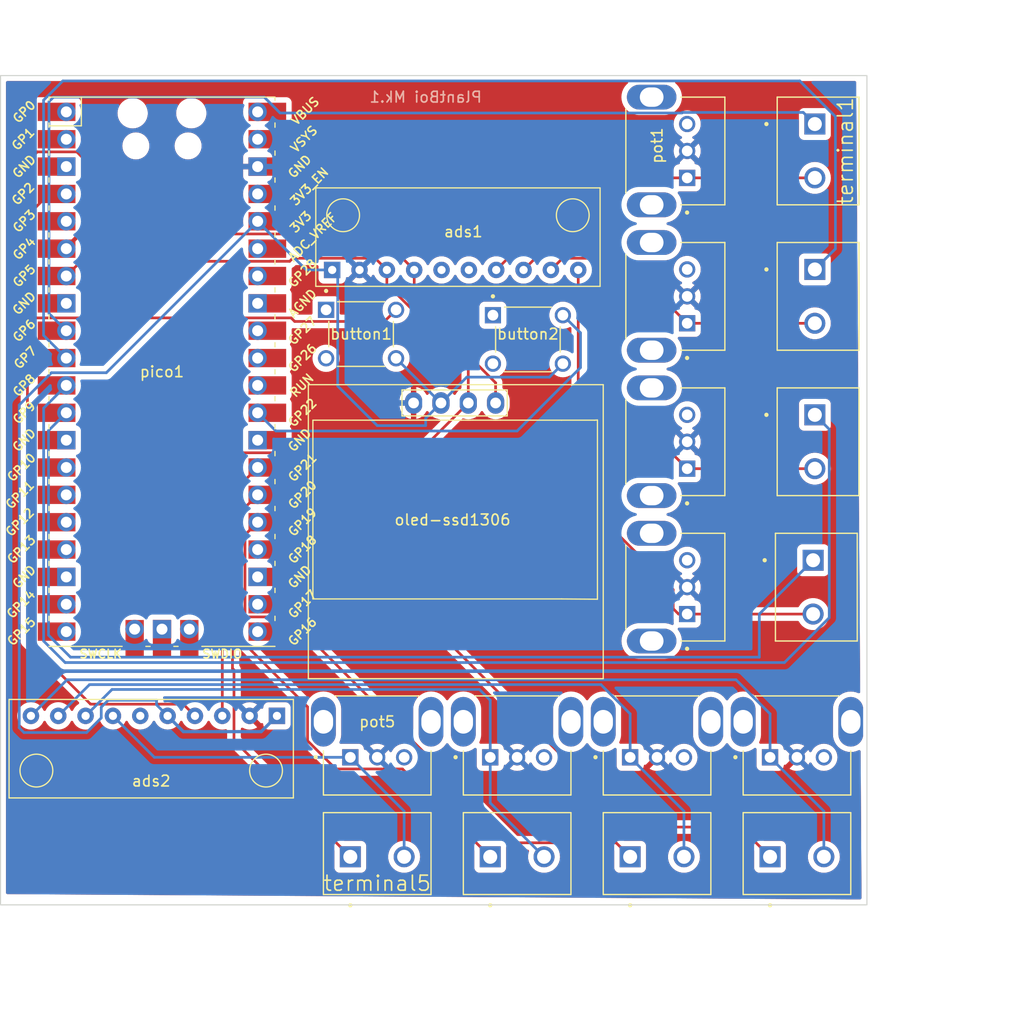
<source format=kicad_pcb>
(kicad_pcb (version 20211014) (generator pcbnew)
  (layers (0 "F.Cu" signal) (31 "B.Cu" signal) (34 "B.Paste" user) (35 "F.Paste" user) (36 "B.SilkS" user "B.Silkscreen") (37 "F.SilkS" user "F.Silkscreen") (38 "B.Mask" user) (39 "F.Mask" user) (44 "Edge.Cuts" user))
  (net 0 "")
  (net 1 "/3.3V")
  (net 2 "/GND")
  (net 3 "/SCL")
  (net 4 "/SDA")
  (net 7 "Net-(ads1115-Pad7)")
  (net 8 "Net-(ads1115-Pad8)")
  (net 9 "Net-(ads1115-Pad9)")
  (net 10 "Net-(ads1115-Pad10)")
  (net 19 "/PBR1")
  (net 20 "/PBR2")
  (net 21 "/PBR3")
  (net 22 "/PBR4")
  (net 34 "Net-(terminal5-Pad2)")
  (net 35 "Net-(terminal6-Pad2)")
  (net 36 "Net-(terminal7-Pad2)")
  (net 37 "Net-(terminal8-Pad2)")
  (net 39 "Net-(pico1-Pad4)")
  (net 57 "Net-(pico1-Pad29)")
  (net 59 "/PBR8")
  (net 60 "/PBR7")
  (net 61 "/PBR6")
  (net 62 "/PBR5")
  (footprint "TS02-66-120-BK-160-LCR-D:SW_TS02-66-120-BK-160-LCR-D" (layer "F.Cu") (at 99.5 93.5)
    (fp_text reference "button1" (at 0 0) (layer "F.SilkS"))
    (fp_text value "TS02-66-120-BK-160-LCR-D")
    (pad "1" thru_hole rect locked (at -3.25 -2.25) (size 1.508 1.508) (drill 1) (layers *.Cu *.Mask))
    (pad "2" thru_hole circle locked (at 3.25 -2.25) (size 1.508 1.508) (drill 1) (layers *.Cu *.Mask) (net 39 "Net-(pico1-Pad4)"))
    (pad "3" thru_hole circle locked (at -3.25 2.25) (size 1.508 1.508) (drill 1) (layers *.Cu *.Mask))
    (pad "4" thru_hole circle locked (at 3.25 2.25) (size 1.508 1.508) (drill 1) (layers *.Cu *.Mask) (net 1 "/3.3V"))
  )
  (footprint "PT01-B120D-A104:TRIM_PT01-B120D-A104" (layer "F.Cu") (at 126.5 103.5 90)
    (fp_text reference "pot3" hide)
    (fp_text value "PT01-B120D-A104")
    (pad "1" thru_hole rect locked (at -2.5 3.3 90) (size 1.508 1.508) (drill 1) (layers *.Cu *.Mask) (net 9 "Net-(ads1115-Pad9)"))
    (pad "2" thru_hole circle locked (at 0 3.3 90) (size 1.508 1.508) (drill 1) (layers *.Cu *.Mask) (net 2 "/GND"))
    (pad "3" thru_hole circle locked (at 2.5 3.3 90) (size 1.508 1.508) (drill 1) (layers *.Cu *.Mask))
    (pad "S1" thru_hole oval locked (at -5 0 90) (size 2.3 4.6) (drill oval 1.8 2.2) (layers *.Cu *.Mask))
    (pad "S2" thru_hole oval locked (at 5 0 90) (size 2.3 4.6) (drill oval 1.8 2.2) (layers *.Cu *.Mask))
  )
  (footprint "TB002-500-02BE:CUI_TB002-500-02BE" (layer "F.Cu") (at 141.5 114.5 -90)
    (fp_text reference "terminal4" hide)
    (fp_text value "TB002-500-02BE")
    (pad "1" thru_hole rect locked (at 0 0 270) (size 1.95 1.95) (drill 1.3) (layers *.Cu *.Mask) (net 22 "/PBR4"))
    (pad "2" thru_hole circle locked (at 5 0 270) (size 1.95 1.95) (drill 1.3) (layers *.Cu *.Mask) (net 10 "Net-(ads1115-Pad10)"))
  )
  (footprint "PT01-B120D-A104:TRIM_PT01-B120D-A104" (layer "F.Cu") (at 127 129.5)
    (fp_text reference "pot7" hide)
    (fp_text value "PT01-B120D-A104")
    (pad "1" thru_hole rect locked (at -2.5 3.3) (size 1.508 1.508) (drill 1) (layers *.Cu *.Mask) (net 36 "Net-(terminal7-Pad2)"))
    (pad "2" thru_hole circle locked (at 0 3.3) (size 1.508 1.508) (drill 1) (layers *.Cu *.Mask) (net 2 "/GND"))
    (pad "3" thru_hole circle locked (at 2.5 3.3) (size 1.508 1.508) (drill 1) (layers *.Cu *.Mask))
    (pad "S1" thru_hole oval locked (at -5 0) (size 2.3 4.6) (drill oval 1.8 2.2) (layers *.Cu *.Mask))
    (pad "S2" thru_hole oval locked (at 5 0) (size 2.3 4.6) (drill oval 1.8 2.2) (layers *.Cu *.Mask))
  )
  (footprint "PT01-B120D-A104:TRIM_PT01-B120D-A104" (layer "F.Cu") (at 126.5 90 90)
    (fp_text reference "pot2" hide)
    (fp_text value "PT01-B120D-A104")
    (pad "1" thru_hole rect locked (at -2.5 3.3 90) (size 1.508 1.508) (drill 1) (layers *.Cu *.Mask) (net 8 "Net-(ads1115-Pad8)"))
    (pad "2" thru_hole circle locked (at 0 3.3 90) (size 1.508 1.508) (drill 1) (layers *.Cu *.Mask) (net 2 "/GND"))
    (pad "3" thru_hole circle locked (at 2.5 3.3 90) (size 1.508 1.508) (drill 1) (layers *.Cu *.Mask))
    (pad "S1" thru_hole oval locked (at -5 0 90) (size 2.3 4.6) (drill oval 1.8 2.2) (layers *.Cu *.Mask))
    (pad "S2" thru_hole oval locked (at 5 0 90) (size 2.3 4.6) (drill oval 1.8 2.2) (layers *.Cu *.Mask))
  )
  (footprint "PT01-B120D-A104:TRIM_PT01-B120D-A104" (layer "F.Cu") (at 114 129.5)
    (fp_text reference "pot6" hide)
    (fp_text value "PT01-B120D-A104")
    (pad "1" thru_hole rect locked (at -2.5 3.3) (size 1.508 1.508) (drill 1) (layers *.Cu *.Mask) (net 35 "Net-(terminal6-Pad2)"))
    (pad "2" thru_hole circle locked (at 0 3.3) (size 1.508 1.508) (drill 1) (layers *.Cu *.Mask) (net 2 "/GND"))
    (pad "3" thru_hole circle locked (at 2.5 3.3) (size 1.508 1.508) (drill 1) (layers *.Cu *.Mask))
    (pad "S1" thru_hole oval locked (at -5 0) (size 2.3 4.6) (drill oval 1.8 2.2) (layers *.Cu *.Mask))
    (pad "S2" thru_hole oval locked (at 5 0) (size 2.3 4.6) (drill oval 1.8 2.2) (layers *.Cu *.Mask))
  )
  (footprint "TB002-500-02BE:CUI_TB002-500-02BE" (layer "F.Cu") (at 137.5 142.0375)
    (fp_text reference "terminal8" hide)
    (fp_text value "TB002-500-02BE")
    (pad "1" thru_hole rect locked (at 0 0) (size 1.95 1.95) (drill 1.3) (layers *.Cu *.Mask) (net 59 "/PBR8"))
    (pad "2" thru_hole circle locked (at 5 0) (size 1.95 1.95) (drill 1.3) (layers *.Cu *.Mask) (net 37 "Net-(terminal8-Pad2)"))
  )
  (footprint "PT01-B120D-A104:TRIM_PT01-B120D-A104" (layer "F.Cu") (at 101 129.5)
    (fp_text reference "pot5" (at 0 0) (layer "F.SilkS"))
    (fp_text value "PT01-B120D-A104")
    (pad "1" thru_hole rect locked (at -2.5 3.3) (size 1.508 1.508) (drill 1) (layers *.Cu *.Mask) (net 34 "Net-(terminal5-Pad2)"))
    (pad "2" thru_hole circle locked (at 0 3.3) (size 1.508 1.508) (drill 1) (layers *.Cu *.Mask) (net 2 "/GND"))
    (pad "3" thru_hole circle locked (at 2.5 3.3) (size 1.508 1.508) (drill 1) (layers *.Cu *.Mask))
    (pad "S1" thru_hole oval locked (at -5 0) (size 2.3 4.6) (drill oval 1.8 2.2) (layers *.Cu *.Mask))
    (pad "S2" thru_hole oval locked (at 5 0) (size 2.3 4.6) (drill oval 1.8 2.2) (layers *.Cu *.Mask))
  )
  (footprint "TS02-66-120-BK-160-LCR-D:SW_TS02-66-120-BK-160-LCR-D" (layer "F.Cu") (at 115 94)
    (fp_text reference "button2" (at 0 -0.5) (layer "F.SilkS"))
    (fp_text value "TS02-66-120-BK-160-LCR-D")
    (pad "1" thru_hole rect locked (at -3.25 -2.25) (size 1.508 1.508) (drill 1) (layers *.Cu *.Mask))
    (pad "2" thru_hole circle locked (at 3.25 -2.25) (size 1.508 1.508) (drill 1) (layers *.Cu *.Mask) (net 57 "Net-(pico1-Pad29)"))
    (pad "3" thru_hole circle locked (at -3.25 2.25) (size 1.508 1.508) (drill 1) (layers *.Cu *.Mask))
    (pad "4" thru_hole circle locked (at 3.25 2.25) (size 1.508 1.508) (drill 1) (layers *.Cu *.Mask) (net 1 "/3.3V"))
  )
  (footprint "TB002-500-02BE:CUI_TB002-500-02BE" (layer "F.Cu") (at 124.5 142.0375)
    (fp_text reference "terminal7" hide)
    (fp_text value "TB002-500-02BE")
    (pad "1" thru_hole rect locked (at 0 0) (size 1.95 1.95) (drill 1.3) (layers *.Cu *.Mask) (net 60 "/PBR7"))
    (pad "2" thru_hole circle locked (at 5 0) (size 1.95 1.95) (drill 1.3) (layers *.Cu *.Mask) (net 36 "Net-(terminal7-Pad2)"))
  )
  (footprint "SSD1306:128x64OLED" (layer "F.Cu") (at 108 110.5)
    (fp_text reference "oled-ssd1306" (at 0 0.254) (layer "F.SilkS"))
    (fp_text value "SSD1306")
    (pad "1" thru_hole oval locked (at -3.62 -10.6 90) (size 2 1.6) (drill 1) (layers *.Cu *.Mask) (net 2 "/GND"))
    (pad "2" thru_hole oval locked (at -1.08 -10.6 90) (size 2 1.6) (drill 1) (layers *.Cu *.Mask) (net 1 "/3.3V"))
    (pad "3" thru_hole oval locked (at 1.46 -10.6 90) (size 2 1.6) (drill 1) (layers *.Cu *.Mask) (net 3 "/SCL"))
    (pad "4" thru_hole oval locked (at 4 -10.6 90) (size 2 1.6) (drill 1) (layers *.Cu *.Mask) (net 4 "/SDA"))
  )
  (footprint "TB002-500-02BE:CUI_TB002-500-02BE" (layer "F.Cu") (at 141.6625 87.5 -90)
    (fp_text reference "terminal2" hide)
    (fp_text value "TB002-500-02BE")
    (pad "1" thru_hole rect locked (at 0 0 270) (size 1.95 1.95) (drill 1.3) (layers *.Cu *.Mask) (net 20 "/PBR2"))
    (pad "2" thru_hole circle locked (at 5 0 270) (size 1.95 1.95) (drill 1.3) (layers *.Cu *.Mask) (net 8 "Net-(ads1115-Pad8)"))
  )
  (footprint "TB002-500-02BE:CUI_TB002-500-02BE" (layer "F.Cu") (at 98.5 142.0375)
    (fp_text reference "terminal5" (at 2.5 2.4625) (layer "F.SilkS") (effects (font (size 1.4 1.4))))
    (fp_text value "TB002-500-02BE")
    (pad "1" thru_hole rect locked (at 0 0) (size 1.95 1.95) (drill 1.3) (layers *.Cu *.Mask) (net 62 "/PBR5"))
    (pad "2" thru_hole circle locked (at 5 0) (size 1.95 1.95) (drill 1.3) (layers *.Cu *.Mask) (net 34 "Net-(terminal5-Pad2)"))
  )
  (footprint "TB002-500-02BE:CUI_TB002-500-02BE" (layer "F.Cu") (at 141.6625 101 -90)
    (fp_text reference "terminal3" hide)
    (fp_text value "TB002-500-02BE")
    (pad "1" thru_hole rect locked (at 0 0 270) (size 1.95 1.95) (drill 1.3) (layers *.Cu *.Mask) (net 21 "/PBR3"))
    (pad "2" thru_hole circle locked (at 5 0 270) (size 1.95 1.95) (drill 1.3) (layers *.Cu *.Mask) (net 9 "Net-(ads1115-Pad9)"))
  )
  (footprint "MCU_RaspberryPi_and_Boards:RPi_Pico_SMD_TH" (layer "F.Cu") (at 81 97)
    (fp_text reference "pico1" (at 0 0) (layer "F.SilkS"))
    (fp_text value "Pico")
    (fp_text user "GND" (at -12.8 -6.35 45) (layer "F.SilkS") (effects (font (size 0.8 0.8))))
    (fp_text user "GP26" (at 13.054 -1.27 45) (layer "F.SilkS") (effects (font (size 0.8 0.8))))
    (fp_text user "GP8" (at -12.8 1.27 45) (layer "F.SilkS") (effects (font (size 0.8 0.8))))
    (fp_text user "GP16" (at 13.054 24.13 45) (layer "F.SilkS") (effects (font (size 0.8 0.8))))
    (fp_text user "SWDIO" (at 5.6 26.2) (layer "F.SilkS") (effects (font (size 0.8 0.8))))
    (fp_text user "GP22" (at 13.054 3.81 45) (layer "F.SilkS") (effects (font (size 0.8 0.8))))
    (fp_text user "GP3" (at -12.8 -13.97 45) (layer "F.SilkS") (effects (font (size 0.8 0.8))))
    (fp_text user "GND" (at -12.8 19.05 45) (layer "F.SilkS") (effects (font (size 0.8 0.8))))
    (fp_text user "GP1" (at -12.9 -21.6 45) (layer "F.SilkS") (effects (font (size 0.8 0.8))))
    (fp_text user "GP6" (at -12.8 -3.81 45) (layer "F.SilkS") (effects (font (size 0.8 0.8))))
    (fp_text user "GP19" (at 13.054 13.97 45) (layer "F.SilkS") (effects (font (size 0.8 0.8))))
    (fp_text user "3V3" (at 12.9 -13.9 45) (layer "F.SilkS") (effects (font (size 0.8 0.8))))
    (fp_text user "GP11" (at -13.2 11.43 45) (layer "F.SilkS") (effects (font (size 0.8 0.8))))
    (fp_text user "GP18" (at 13.054 16.51 45) (layer "F.SilkS") (effects (font (size 0.8 0.8))))
    (fp_text user "GP12" (at -13.2 13.97 45) (layer "F.SilkS") (effects (font (size 0.8 0.8))))
    (fp_text user "GP28" (at 13.054 -9.144 45) (layer "F.SilkS") (effects (font (size 0.8 0.8))))
    (fp_text user "SWCLK" (at -5.7 26.2) (layer "F.SilkS") (effects (font (size 0.8 0.8))))
    (fp_text user "GP27" (at 13.054 -3.8 45) (layer "F.SilkS") (effects (font (size 0.8 0.8))))
    (fp_text user "GP20" (at 13.054 11.43 45) (layer "F.SilkS") (effects (font (size 0.8 0.8))))
    (fp_text user "GP0" (at -12.8 -24.13 45) (layer "F.SilkS") (effects (font (size 0.8 0.8))))
    (fp_text user "GP15" (at -13.054 24.13 45) (layer "F.SilkS") (effects (font (size 0.8 0.8))))
    (fp_text user "GP21" (at 13.054 8.9 45) (layer "F.SilkS") (effects (font (size 0.8 0.8))))
    (fp_text user "GP5" (at -12.8 -8.89 45) (layer "F.SilkS") (effects (font (size 0.8 0.8))))
    (fp_text user "GND" (at 12.8 19.05 45) (layer "F.SilkS") (effects (font (size 0.8 0.8))))
    (fp_text user "GP2" (at -12.9 -16.51 45) (layer "F.SilkS") (effects (font (size 0.8 0.8))))
    (fp_text user "VBUS" (at 13.3 -24.2 45) (layer "F.SilkS") (effects (font (size 0.8 0.8))))
    (fp_text user "GND" (at 12.8 6.35 45) (layer "F.SilkS") (effects (font (size 0.8 0.8))))
    (fp_text user "ADC_VREF" (at 14 -12.5 45) (layer "F.SilkS") (effects (font (size 0.8 0.8))))
    (fp_text user "GP10" (at -13.054 8.89 45) (layer "F.SilkS") (effects (font (size 0.8 0.8))))
    (fp_text user "3V3_EN" (at 13.7 -17.2 45) (layer "F.SilkS") (effects (font (size 0.8 0.8))))
    (fp_text user "GP17" (at 13.054 21.59 45) (layer "F.SilkS") (effects (font (size 0.8 0.8))))
    (fp_text user "VSYS" (at 13.2 -21.59 45) (layer "F.SilkS") (effects (font (size 0.8 0.8))))
    (fp_text user "GP13" (at -13.054 16.51 45) (layer "F.SilkS") (effects (font (size 0.8 0.8))))
    (fp_text user "GP9" (at -12.8 3.81 45) (layer "F.SilkS") (effects (font (size 0.8 0.8))))
    (fp_text user "GND" (at 12.8 -19.05 45) (layer "F.SilkS") (effects (font (size 0.8 0.8))))
    (fp_text user "GP4" (at -12.8 -11.43 45) (layer "F.SilkS") (effects (font (size 0.8 0.8))))
    (fp_text user "RUN" (at 13 1.27 45) (layer "F.SilkS") (effects (font (size 0.8 0.8))))
    (fp_text user "GND" (at -12.8 6.35 45) (layer "F.SilkS") (effects (font (size 0.8 0.8))))
    (fp_text user "GP14" (at -13.1 21.59 45) (layer "F.SilkS") (effects (font (size 0.8 0.8))))
    (fp_text user "GND" (at -12.8 -19.05 45) (layer "F.SilkS") (effects (font (size 0.8 0.8))))
    (fp_text user "GP7" (at -12.7 -1.3 45) (layer "F.SilkS") (effects (font (size 0.8 0.8))))
    (fp_text user "AGND" (at 13.054 -6.35 45) (layer "F.SilkS") (effects (font (size 0.8 0.8))))
    (pad "" np_thru_hole oval (at -2.725 -24) (size 1.8 1.8) (drill 1.8) (layers *.Cu *.Mask))
    (pad "" np_thru_hole oval (at -2.425 -20.97) (size 1.5 1.5) (drill 1.5) (layers *.Cu *.Mask))
    (pad "" np_thru_hole oval (at 2.425 -20.97) (size 1.5 1.5) (drill 1.5) (layers *.Cu *.Mask))
    (pad "" np_thru_hole oval (at 2.725 -24) (size 1.8 1.8) (drill 1.8) (layers *.Cu *.Mask))
    (pad "1" smd rect (at -8.89 -24.13) (size 3.5 1.7) (drill (offset -0.9 0)) (layers "F.Cu" "F.Mask"))
    (pad "1" thru_hole oval (at -8.89 -24.13) (size 1.7 1.7) (drill 1.02) (layers *.Cu *.Mask))
    (pad "2" thru_hole oval (at -8.89 -21.59) (size 1.7 1.7) (drill 1.02) (layers *.Cu *.Mask))
    (pad "2" smd rect (at -8.89 -21.59) (size 3.5 1.7) (drill (offset -0.9 0)) (layers "F.Cu" "F.Mask"))
    (pad "3" thru_hole rect (at -8.89 -19.05) (size 1.7 1.7) (drill 1.02) (layers *.Cu *.Mask))
    (pad "3" smd rect (at -8.89 -19.05) (size 3.5 1.7) (drill (offset -0.9 0)) (layers "F.Cu" "F.Mask"))
    (pad "4" thru_hole oval (at -8.89 -16.51) (size 1.7 1.7) (drill 1.02) (layers *.Cu *.Mask) (net 39 "Net-(pico1-Pad4)"))
    (pad "4" smd rect (at -8.89 -16.51) (size 3.5 1.7) (drill (offset -0.9 0)) (layers "F.Cu" "F.Mask") (net 39 "Net-(pico1-Pad4)"))
    (pad "5" smd rect (at -8.89 -13.97) (size 3.5 1.7) (drill (offset -0.9 0)) (layers "F.Cu" "F.Mask"))
    (pad "5" thru_hole oval (at -8.89 -13.97) (size 1.7 1.7) (drill 1.02) (layers *.Cu *.Mask))
    (pad "6" smd rect (at -8.89 -11.43) (size 3.5 1.7) (drill (offset -0.9 0)) (layers "F.Cu" "F.Mask") (net 4 "/SDA"))
    (pad "6" thru_hole oval (at -8.89 -11.43) (size 1.7 1.7) (drill 1.02) (layers *.Cu *.Mask) (net 4 "/SDA"))
    (pad "7" smd rect (at -8.89 -8.89) (size 3.5 1.7) (drill (offset -0.9 0)) (layers "F.Cu" "F.Mask") (net 3 "/SCL"))
    (pad "7" thru_hole oval (at -8.89 -8.89) (size 1.7 1.7) (drill 1.02) (layers *.Cu *.Mask) (net 3 "/SCL"))
    (pad "8" smd rect (at -8.89 -6.35) (size 3.5 1.7) (drill (offset -0.9 0)) (layers "F.Cu" "F.Mask"))
    (pad "8" thru_hole rect (at -8.89 -6.35) (size 1.7 1.7) (drill 1.02) (layers *.Cu *.Mask))
    (pad "9" smd rect (at -8.89 -3.81) (size 3.5 1.7) (drill (offset -0.9 0)) (layers "F.Cu" "F.Mask") (net 19 "/PBR1"))
    (pad "9" thru_hole oval (at -8.89 -3.81) (size 1.7 1.7) (drill 1.02) (layers *.Cu *.Mask) (net 19 "/PBR1"))
    (pad "10" thru_hole oval (at -8.89 -1.27) (size 1.7 1.7) (drill 1.02) (layers *.Cu *.Mask) (net 20 "/PBR2"))
    (pad "10" smd rect (at -8.89 -1.27) (size 3.5 1.7) (drill (offset -0.9 0)) (layers "F.Cu" "F.Mask") (net 20 "/PBR2"))
    (pad "11" thru_hole oval (at -8.89 1.27) (size 1.7 1.7) (drill 1.02) (layers *.Cu *.Mask) (net 21 "/PBR3"))
    (pad "11" smd rect (at -8.89 1.27) (size 3.5 1.7) (drill (offset -0.9 0)) (layers "F.Cu" "F.Mask") (net 21 "/PBR3"))
    (pad "12" thru_hole oval (at -8.89 3.81) (size 1.7 1.7) (drill 1.02) (layers *.Cu *.Mask) (net 22 "/PBR4"))
    (pad "12" smd rect (at -8.89 3.81) (size 3.5 1.7) (drill (offset -0.9 0)) (layers "F.Cu" "F.Mask") (net 22 "/PBR4"))
    (pad "13" smd rect (at -8.89 6.35) (size 3.5 1.7) (drill (offset -0.9 0)) (layers "F.Cu" "F.Mask"))
    (pad "13" thru_hole rect (at -8.89 6.35) (size 1.7 1.7) (drill 1.02) (layers *.Cu *.Mask))
    (pad "14" thru_hole oval (at -8.89 8.89) (size 1.7 1.7) (drill 1.02) (layers *.Cu *.Mask))
    (pad "14" smd rect (at -8.89 8.89) (size 3.5 1.7) (drill (offset -0.9 0)) (layers "F.Cu" "F.Mask"))
    (pad "15" thru_hole oval (at -8.89 11.43) (size 1.7 1.7) (drill 1.02) (layers *.Cu *.Mask))
    (pad "15" smd rect (at -8.89 11.43) (size 3.5 1.7) (drill (offset -0.9 0)) (layers "F.Cu" "F.Mask"))
    (pad "16" smd rect (at -8.89 13.97) (size 3.5 1.7) (drill (offset -0.9 0)) (layers "F.Cu" "F.Mask"))
    (pad "16" thru_hole oval (at -8.89 13.97) (size 1.7 1.7) (drill 1.02) (layers *.Cu *.Mask))
    (pad "17" thru_hole oval (at -8.89 16.51) (size 1.7 1.7) (drill 1.02) (layers *.Cu *.Mask))
    (pad "17" smd rect (at -8.89 16.51) (size 3.5 1.7) (drill (offset -0.9 0)) (layers "F.Cu" "F.Mask"))
    (pad "18" smd rect (at -8.89 19.05) (size 3.5 1.7) (drill (offset -0.9 0)) (layers "F.Cu" "F.Mask"))
    (pad "18" thru_hole rect (at -8.89 19.05) (size 1.7 1.7) (drill 1.02) (layers *.Cu *.Mask))
    (pad "19" smd rect (at -8.89 21.59) (size 3.5 1.7) (drill (offset -0.9 0)) (layers "F.Cu" "F.Mask"))
    (pad "19" thru_hole oval (at -8.89 21.59) (size 1.7 1.7) (drill 1.02) (layers *.Cu *.Mask))
    (pad "20" thru_hole oval (at -8.89 24.13) (size 1.7 1.7) (drill 1.02) (layers *.Cu *.Mask))
    (pad "20" smd rect (at -8.89 24.13) (size 3.5 1.7) (drill (offset -0.9 0)) (layers "F.Cu" "F.Mask"))
    (pad "21" smd rect (at 8.89 24.13) (size 3.5 1.7) (drill (offset 0.9 0)) (layers "F.Cu" "F.Mask"))
    (pad "21" thru_hole oval (at 8.89 24.13) (size 1.7 1.7) (drill 1.02) (layers *.Cu *.Mask))
    (pad "22" thru_hole oval (at 8.89 21.59) (size 1.7 1.7) (drill 1.02) (layers *.Cu *.Mask))
    (pad "22" smd rect (at 8.89 21.59) (size 3.5 1.7) (drill (offset 0.9 0)) (layers "F.Cu" "F.Mask"))
    (pad "23" thru_hole rect (at 8.89 19.05) (size 1.7 1.7) (drill 1.02) (layers *.Cu *.Mask))
    (pad "23" smd rect (at 8.89 19.05) (size 3.5 1.7) (drill (offset 0.9 0)) (layers "F.Cu" "F.Mask"))
    (pad "24" thru_hole oval (at 8.89 16.51) (size 1.7 1.7) (drill 1.02) (layers *.Cu *.Mask) (net 59 "/PBR8"))
    (pad "24" smd rect (at 8.89 16.51) (size 3.5 1.7) (drill (offset 0.9 0)) (layers "F.Cu" "F.Mask") (net 59 "/PBR8"))
    (pad "25" smd rect (at 8.89 13.97) (size 3.5 1.7) (drill (offset 0.9 0)) (layers "F.Cu" "F.Mask") (net 60 "/PBR7"))
    (pad "25" thru_hole oval (at 8.89 13.97) (size 1.7 1.7) (drill 1.02) (layers *.Cu *.Mask) (net 60 "/PBR7"))
    (pad "26" thru_hole oval (at 8.89 11.43) (size 1.7 1.7) (drill 1.02) (layers *.Cu *.Mask) (net 61 "/PBR6"))
    (pad "26" smd rect (at 8.89 11.43) (size 3.5 1.7) (drill (offset 0.9 0)) (layers "F.Cu" "F.Mask") (net 61 "/PBR6"))
    (pad "27" thru_hole oval (at 8.89 8.89) (size 1.7 1.7) (drill 1.02) (layers *.Cu *.Mask) (net 62 "/PBR5"))
    (pad "27" smd rect (at 8.89 8.89) (size 3.5 1.7) (drill (offset 0.9 0)) (layers "F.Cu" "F.Mask") (net 62 "/PBR5"))
    (pad "28" thru_hole rect (at 8.89 6.35) (size 1.7 1.7) (drill 1.02) (layers *.Cu *.Mask))
    (pad "28" smd rect (at 8.89 6.35) (size 3.5 1.7) (drill (offset 0.9 0)) (layers "F.Cu" "F.Mask"))
    (pad "29" smd rect (at 8.89 3.81) (size 3.5 1.7) (drill (offset 0.9 0)) (layers "F.Cu" "F.Mask") (net 57 "Net-(pico1-Pad29)"))
    (pad "29" thru_hole oval (at 8.89 3.81) (size 1.7 1.7) (drill 1.02) (layers *.Cu *.Mask) (net 57 "Net-(pico1-Pad29)"))
    (pad "30" thru_hole oval (at 8.89 1.27) (size 1.7 1.7) (drill 1.02) (layers *.Cu *.Mask))
    (pad "30" smd rect (at 8.89 1.27) (size 3.5 1.7) (drill (offset 0.9 0)) (layers "F.Cu" "F.Mask"))
    (pad "31" smd rect (at 8.89 -1.27) (size 3.5 1.7) (drill (offset 0.9 0)) (layers "F.Cu" "F.Mask"))
    (pad "31" thru_hole oval (at 8.89 -1.27) (size 1.7 1.7) (drill 1.02) (layers *.Cu *.Mask))
    (pad "32" thru_hole oval (at 8.89 -3.81) (size 1.7 1.7) (drill 1.02) (layers *.Cu *.Mask))
    (pad "32" smd rect (at 8.89 -3.81) (size 3.5 1.7) (drill (offset 0.9 0)) (layers "F.Cu" "F.Mask"))
    (pad "33" thru_hole rect (at 8.89 -6.35) (size 1.7 1.7) (drill 1.02) (layers *.Cu *.Mask))
    (pad "33" smd rect (at 8.89 -6.35) (size 3.5 1.7) (drill (offset 0.9 0)) (layers "F.Cu" "F.Mask"))
    (pad "34" thru_hole oval (at 8.89 -8.89) (size 1.7 1.7) (drill 1.02) (layers *.Cu *.Mask))
    (pad "34" smd rect (at 8.89 -8.89) (size 3.5 1.7) (drill (offset 0.9 0)) (layers "F.Cu" "F.Mask"))
    (pad "35" smd rect (at 8.89 -11.43) (size 3.5 1.7) (drill (offset 0.9 0)) (layers "F.Cu" "F.Mask"))
    (pad "35" thru_hole oval (at 8.89 -11.43) (size 1.7 1.7) (drill 1.02) (layers *.Cu *.Mask))
    (pad "36" smd rect (at 8.89 -13.97) (size 3.5 1.7) (drill (offset 0.9 0)) (layers "F.Cu" "F.Mask") (net 1 "/3.3V"))
    (pad "36" thru_hole oval (at 8.89 -13.97) (size 1.7 1.7) (drill 1.02) (layers *.Cu *.Mask) (net 1 "/3.3V"))
    (pad "37" smd rect (at 8.89 -16.51) (size 3.5 1.7) (drill (offset 0.9 0)) (layers "F.Cu" "F.Mask"))
    (pad "37" thru_hole oval (at 8.89 -16.51) (size 1.7 1.7) (drill 1.02) (layers *.Cu *.Mask))
    (pad "38" thru_hole rect (at 8.89 -19.05) (size 1.7 1.7) (drill 1.02) (layers *.Cu *.Mask) (net 2 "/GND"))
    (pad "38" smd rect (at 8.89 -19.05) (size 3.5 1.7) (drill (offset 0.9 0)) (layers "F.Cu" "F.Mask") (net 2 "/GND"))
    (pad "39" smd rect (at 8.89 -21.59) (size 3.5 1.7) (drill (offset 0.9 0)) (layers "F.Cu" "F.Mask"))
    (pad "39" thru_hole oval (at 8.89 -21.59) (size 1.7 1.7) (drill 1.02) (layers *.Cu *.Mask))
    (pad "40" thru_hole oval (at 8.89 -24.13) (size 1.7 1.7) (drill 1.02) (layers *.Cu *.Mask))
    (pad "40" smd rect (at 8.89 -24.13) (size 3.5 1.7) (drill (offset 0.9 0)) (layers "F.Cu" "F.Mask"))
    (pad "41" thru_hole oval (at -2.54 23.9) (size 1.7 1.7) (drill 1.02) (layers *.Cu *.Mask))
    (pad "41" smd rect (at -2.54 23.9 90) (size 3.5 1.7) (drill (offset -0.9 0)) (layers "F.Cu" "F.Mask"))
    (pad "42" thru_hole rect (at 0 23.9) (size 1.7 1.7) (drill 1.02) (layers *.Cu *.Mask))
    (pad "42" smd rect (at 0 23.9 90) (size 3.5 1.7) (drill (offset -0.9 0)) (layers "F.Cu" "F.Mask"))
    (pad "43" thru_hole oval (at 2.54 23.9) (size 1.7 1.7) (drill 1.02) (layers *.Cu *.Mask))
    (pad "43" smd rect (at 2.54 23.9 90) (size 3.5 1.7) (drill (offset -0.9 0)) (layers "F.Cu" "F.Mask"))
  )
  (footprint "PT01-B120D-A104:TRIM_PT01-B120D-A104" (layer "F.Cu") (at 126.5 76.5 90)
    (fp_text reference "pot1" (at 0.5 0.5 90) (layer "F.SilkS"))
    (fp_text value "PT01-B120D-A104")
    (pad "1" thru_hole rect locked (at -2.5 3.3 90) (size 1.508 1.508) (drill 1) (layers *.Cu *.Mask) (net 7 "Net-(ads1115-Pad7)"))
    (pad "2" thru_hole circle locked (at 0 3.3 90) (size 1.508 1.508) (drill 1) (layers *.Cu *.Mask) (net 2 "/GND"))
    (pad "3" thru_hole circle locked (at 2.5 3.3 90) (size 1.508 1.508) (drill 1) (layers *.Cu *.Mask))
    (pad "S1" thru_hole oval locked (at -5 0 90) (size 2.3 4.6) (drill oval 1.8 2.2) (layers *.Cu *.Mask))
    (pad "S2" thru_hole oval locked (at 5 0 90) (size 2.3 4.6) (drill oval 1.8 2.2) (layers *.Cu *.Mask))
  )
  (footprint "PT01-B120D-A104:TRIM_PT01-B120D-A104" (layer "F.Cu") (at 140 129.5)
    (fp_text reference "pot8" hide)
    (fp_text value "PT01-B120D-A104")
    (pad "1" thru_hole rect locked (at -2.5 3.3) (size 1.508 1.508) (drill 1) (layers *.Cu *.Mask) (net 37 "Net-(terminal8-Pad2)"))
    (pad "2" thru_hole circle locked (at 0 3.3) (size 1.508 1.508) (drill 1) (layers *.Cu *.Mask) (net 2 "/GND"))
    (pad "3" thru_hole circle locked (at 2.5 3.3) (size 1.508 1.508) (drill 1) (layers *.Cu *.Mask))
    (pad "S1" thru_hole oval locked (at -5 0) (size 2.3 4.6) (drill oval 1.8 2.2) (layers *.Cu *.Mask))
    (pad "S2" thru_hole oval locked (at 5 0) (size 2.3 4.6) (drill oval 1.8 2.2) (layers *.Cu *.Mask))
  )
  (footprint "Charleslabs_Parts:ADC1115_ADC_Module" (layer "F.Cu") (at 91.684 128.952 -90)
    (fp_text reference "ads2" (at 6.048 11.684) (layer "F.SilkS"))
    (fp_text value "ADS1115_ADC_Module")
    (pad "1" thru_hole rect locked (at 0 0 270) (size 1.524 1.524) (drill 0.762) (layers *.Cu *.Mask) (net 1 "/3.3V"))
    (pad "2" thru_hole circle locked (at 0 2.54 270) (size 1.524 1.524) (drill 0.762) (layers *.Cu *.Mask) (net 2 "/GND"))
    (pad "3" thru_hole circle locked (at 0 5.08 270) (size 1.524 1.524) (drill 0.762) (layers *.Cu *.Mask) (net 3 "/SCL"))
    (pad "4" thru_hole circle locked (at 0 7.62 270) (size 1.524 1.524) (drill 0.762) (layers *.Cu *.Mask) (net 4 "/SDA"))
    (pad "5" thru_hole circle locked (at 0 10.16 270) (size 1.524 1.524) (drill 0.762) (layers *.Cu *.Mask) (net 1 "/3.3V"))
    (pad "6" thru_hole circle locked (at 0 12.7 270) (size 1.524 1.524) (drill 0.762) (layers *.Cu *.Mask))
    (pad "7" thru_hole circle locked (at 0 15.24 270) (size 1.524 1.524) (drill 0.762) (layers *.Cu *.Mask) (net 34 "Net-(terminal5-Pad2)"))
    (pad "8" thru_hole circle locked (at 0 17.78 270) (size 1.524 1.524) (drill 0.762) (layers *.Cu *.Mask) (net 35 "Net-(terminal6-Pad2)"))
    (pad "9" thru_hole circle locked (at 0 20.32 270) (size 1.524 1.524) (drill 0.762) (layers *.Cu *.Mask) (net 36 "Net-(terminal7-Pad2)"))
    (pad "10" thru_hole circle locked (at 0 22.86 270) (size 1.524 1.524) (drill 0.762) (layers *.Cu *.Mask) (net 37 "Net-(terminal8-Pad2)"))
  )
  (footprint "PT01-B120D-A104:TRIM_PT01-B120D-A104" (layer "F.Cu") (at 126.5 117 90)
    (fp_text reference "pot4" hide)
    (fp_text value "PT01-B120D-A104")
    (pad "1" thru_hole rect locked (at -2.5 3.3 90) (size 1.508 1.508) (drill 1) (layers *.Cu *.Mask) (net 10 "Net-(ads1115-Pad10)"))
    (pad "2" thru_hole circle locked (at 0 3.3 90) (size 1.508 1.508) (drill 1) (layers *.Cu *.Mask) (net 2 "/GND"))
    (pad "3" thru_hole circle locked (at 2.5 3.3 90) (size 1.508 1.508) (drill 1) (layers *.Cu *.Mask))
    (pad "S1" thru_hole oval locked (at -5 0 90) (size 2.3 4.6) (drill oval 1.8 2.2) (layers *.Cu *.Mask))
    (pad "S2" thru_hole oval locked (at 5 0 90) (size 2.3 4.6) (drill oval 1.8 2.2) (layers *.Cu *.Mask))
  )
  (footprint "Charleslabs_Parts:ADC1115_ADC_Module" (layer "F.Cu") (at 96.816 87.548 90)
    (fp_text reference "ads1" (at 3.548 12.184 180) (layer "F.SilkS"))
    (fp_text value "ADS1115_ADC_Module")
    (pad "1" thru_hole rect locked (at 0 0 90) (size 1.524 1.524) (drill 0.762) (layers *.Cu *.Mask) (net 1 "/3.3V"))
    (pad "2" thru_hole circle locked (at 0 2.54 90) (size 1.524 1.524) (drill 0.762) (layers *.Cu *.Mask) (net 2 "/GND"))
    (pad "3" thru_hole circle locked (at 0 5.08 90) (size 1.524 1.524) (drill 0.762) (layers *.Cu *.Mask) (net 3 "/SCL"))
    (pad "4" thru_hole circle locked (at 0 7.62 90) (size 1.524 1.524) (drill 0.762) (layers *.Cu *.Mask) (net 4 "/SDA"))
    (pad "5" thru_hole circle locked (at 0 10.16 90) (size 1.524 1.524) (drill 0.762) (layers *.Cu *.Mask))
    (pad "6" thru_hole circle locked (at 0 12.7 90) (size 1.524 1.524) (drill 0.762) (layers *.Cu *.Mask))
    (pad "7" thru_hole circle locked (at 0 15.24 90) (size 1.524 1.524) (drill 0.762) (layers *.Cu *.Mask) (net 7 "Net-(ads1115-Pad7)"))
    (pad "8" thru_hole circle locked (at 0 17.78 90) (size 1.524 1.524) (drill 0.762) (layers *.Cu *.Mask) (net 8 "Net-(ads1115-Pad8)"))
    (pad "9" thru_hole circle locked (at 0 20.32 90) (size 1.524 1.524) (drill 0.762) (layers *.Cu *.Mask) (net 9 "Net-(ads1115-Pad9)"))
    (pad "10" thru_hole circle locked (at 0 22.86 90) (size 1.524 1.524) (drill 0.762) (layers *.Cu *.Mask) (net 10 "Net-(ads1115-Pad10)"))
  )
  (footprint "TB002-500-02BE:CUI_TB002-500-02BE" (layer "F.Cu") (at 111.5 142.0375)
    (fp_text reference "terminal6" hide)
    (fp_text value "TB002-500-02BE")
    (pad "1" thru_hole rect locked (at 0 0) (size 1.95 1.95) (drill 1.3) (layers *.Cu *.Mask) (net 61 "/PBR6"))
    (pad "2" thru_hole circle locked (at 5 0) (size 1.95 1.95) (drill 1.3) (layers *.Cu *.Mask) (net 35 "Net-(terminal6-Pad2)"))
  )
  (footprint "TB002-500-02BE:CUI_TB002-500-02BE" (layer "F.Cu") (at 141.6625 74 -90)
    (fp_text reference "terminal1" (at 2.5 -2.8375 90) (layer "F.SilkS") (effects (font (size 1.4 1.4))))
    (fp_text value "TB002-500-02BE")
    (pad "1" thru_hole rect locked (at 0 0 270) (size 1.95 1.95) (drill 1.3) (layers *.Cu *.Mask) (net 19 "/PBR1"))
    (pad "2" thru_hole circle locked (at 5 0 270) (size 1.95 1.95) (drill 1.3) (layers *.Cu *.Mask) (net 7 "Net-(ads1115-Pad7)"))
  )
  (gr_rect (start 146.5 69.5) (end 66 146.5) (layer "Edge.Cuts") (width 0.1) (fill none))
  (gr_text "PlantBoi Mk.1" (at 105.5 71.5) (layer "B.SilkS") (effects (font (size 1 1)) (justify mirror)))
  (segment (start 105.5 101.32) (end 105.5 102) (width 0.25) (layer "B.Cu") (net 1))
  (segment (start 109.32 97.5) (end 117 97.5) (width 0.25) (layer "B.Cu") (net 1))
  (segment (start 74 130.5) (end 75.357 129.143) (width 0.25) (layer "B.Cu") (net 1))
  (segment (start 80.5 127.928) (end 81.524 128.952) (width 0.25) (layer "B.Cu") (net 1))
  (segment (start 106.92 99.9) (end 109.32 97.5) (width 0.25) (layer "B.Cu") (net 1))
  (segment (start 82.988571 130.416571) (end 81.524 128.952) (width 0.3) (layer "B.Cu") (net 1))
  (segment (start 75.830135 97.089865) (end 70.730406 97.089865) (width 0.25) (layer "B.Cu") (net 1))
  (segment (start 117 97.5) (end 118.25 96.25) (width 0.25) (layer "B.Cu") (net 1))
  (segment (start 94.408 87.548) (end 89.89 83.03) (width 0.25) (layer "B.Cu") (net 1))
  (segment (start 97.329 88.061) (end 96.816 87.548) (width 0.25) (layer "B.Cu") (net 1))
  (segment (start 105.5 102) (end 101 102) (width 0.25) (layer "B.Cu") (net 1))
  (segment (start 67.737 130.059861) (end 68.177139 130.5) (width 0.25) (layer "B.Cu") (net 1))
  (segment (start 68.177139 130.5) (end 74 130.5) (width 0.25) (layer "B.Cu") (net 1))
  (segment (start 106.9 99.9) (end 102.75 95.75) (width 0.25) (layer "B.Cu") (net 1))
  (segment (start 106.92 99.9) (end 105.5 101.32) (width 0.25) (layer "B.Cu") (net 1))
  (segment (start 89.89 83.03) (end 75.830135 97.089865) (width 0.25) (layer "B.Cu") (net 1))
  (segment (start 96.816 87.548) (end 94.408 87.548) (width 0.25) (layer "B.Cu") (net 1))
  (segment (start 75.357 129.143) (end 75.357 128.143) (width 0.25) (layer "B.Cu") (net 1))
  (segment (start 67.737 100.083271) (end 67.737 130.059861) (width 0.25) (layer "B.Cu") (net 1))
  (segment (start 106.92 99.9) (end 106.9 99.9) (width 0.25) (layer "B.Cu") (net 1))
  (segment (start 91.684 128.952) (end 90.219429 130.416571) (width 0.3) (layer "B.Cu") (net 1))
  (segment (start 70.730406 97.089865) (end 67.737 100.083271) (width 0.25) (layer "B.Cu") (net 1))
  (segment (start 97.329 98.329) (end 97.329 88.061) (width 0.25) (layer "B.Cu") (net 1))
  (segment (start 75.357 128.143) (end 76 127.5) (width 0.25) (layer "B.Cu") (net 1))
  (segment (start 76 127.5) (end 80.5 127.5) (width 0.25) (layer "B.Cu") (net 1))
  (segment (start 90.219429 130.416571) (end 82.988571 130.416571) (width 0.3) (layer "B.Cu") (net 1))
  (segment (start 101 102) (end 97.329 98.329) (width 0.25) (layer "B.Cu") (net 1))
  (segment (start 80.5 127.5) (end 80.5 127.928) (width 0.25) (layer "B.Cu") (net 1))
  (segment (start 87.5 104.5) (end 86.604 105.396) (width 0.25) (layer "F.Cu") (net 3))
  (segment (start 104.835 104.525) (end 87.525 104.525) (width 0.25) (layer "F.Cu") (net 3))
  (segment (start 87.525 104.525) (end 87.5 104.5) (width 0.25) (layer "F.Cu") (net 3))
  (segment (start 92.865 86.745) (end 73.475 86.745) (width 0.25) (layer "F.Cu") (net 3))
  (segment (start 101.896 87.548) (end 100.809 86.461) (width 0.25) (layer "F.Cu") (net 3))
  (segment (start 109.46 99.9) (end 109.46 96.434063) (width 0.25) (layer "F.Cu") (net 3))
  (segment (start 93.149 86.461) (end 92.865 86.745) (width 0.25) (layer "F.Cu") (net 3))
  (segment (start 100.809 86.461) (end 93.149 86.461) (width 0.25) (layer "F.Cu") (net 3))
  (segment (start 101.896 88.870063) (end 101.896 87.548) (width 0.25) (layer "F.Cu") (net 3))
  (segment (start 109.46 99.9) (end 104.835 104.525) (width 0.25) (layer "F.Cu") (net 3))
  (segment (start 86.604 105.396) (end 86.604 128.952) (width 0.25) (layer "F.Cu") (net 3))
  (segment (start 109.46 96.434063) (end 101.896 88.870063) (width 0.25) (layer "F.Cu") (net 3))
  (segment (start 73.475 86.745) (end 72.11 88.11) (width 0.25) (layer "F.Cu") (net 3))
  (segment (start 68.5 122) (end 74.365 127.865) (width 0.25) (layer "F.Cu") (net 4))
  (segment (start 73.085 76.585) (end 69.415 76.585) (width 0.25) (layer "F.Cu") (net 4))
  (segment (start 104.436 87.548) (end 104.436 90.461937) (width 0.25) (layer "F.Cu") (net 4))
  (segment (start 74 83.49) (end 74 77.5) (width 0.25) (layer "F.Cu") (net 4))
  (segment (start 82.977 127.865) (end 84.064 128.952) (width 0.25) (layer "F.Cu") (net 4))
  (segment (start 104.436 90.461937) (end 112 98.025937) (width 0.25) (layer "F.Cu") (net 4))
  (segment (start 86.705 84.205) (end 86.5 84) (width 0.25) (layer "F.Cu") (net 4))
  (segment (start 73.68 84) (end 72.11 85.57) (width 0.25) (layer "F.Cu") (net 4))
  (segment (start 69.415 76.585) (end 68.5 77.5) (width 0.25) (layer "F.Cu") (net 4))
  (segment (start 74.365 127.865) (end 82.977 127.865) (width 0.25) (layer "F.Cu") (net 4))
  (segment (start 112 98.025937) (end 112 99.9) (width 0.25) (layer "F.Cu") (net 4))
  (segment (start 74 77.5) (end 73.085 76.585) (width 0.25) (layer "F.Cu") (net 4))
  (segment (start 101.093 84.205) (end 86.705 84.205) (width 0.25) (layer "F.Cu") (net 4))
  (segment (start 104.436 87.548) (end 101.093 84.205) (width 0.25) (layer "F.Cu") (net 4))
  (segment (start 72.11 85.38) (end 74 83.49) (width 0.25) (layer "F.Cu") (net 4))
  (segment (start 86.5 84) (end 73.68 84) (width 0.25) (layer "F.Cu") (net 4))
  (segment (start 72.11 85.57) (end 72.11 85.38) (width 0.25) (layer "F.Cu") (net 4))
  (segment (start 68.5 77.5) (end 68.5 122) (width 0.25) (layer "F.Cu") (net 4))
  (segment (start 120.604 79) (end 112.056 87.548) (width 0.25) (layer "F.Cu") (net 7))
  (segment (start 129.8 79) (end 141.6625 79) (width 0.25) (layer "F.Cu") (net 7))
  (segment (start 129.8 79) (end 120.604 79) (width 0.25) (layer "F.Cu") (net 7))
  (segment (start 116.133 86.011) (end 114.596 87.548) (width 0.25) (layer "F.Cu") (net 8))
  (segment (start 129.8 92.5) (end 141.6625 92.5) (width 0.25) (layer "F.Cu") (net 8))
  (segment (start 129.8 92.5) (end 123.311 86.011) (width 0.25) (layer "F.Cu") (net 8))
  (segment (start 123.311 86.011) (end 116.133 86.011) (width 0.25) (layer "F.Cu") (net 8))
  (segment (start 123.5 87.5) (end 122.461 86.461) (width 0.25) (layer "F.Cu") (net 9))
  (segment (start 129.8 106) (end 123.5 99.7) (width 0.25) (layer "F.Cu") (net 9))
  (segment (start 122.461 86.461) (end 118.223 86.461) (width 0.25) (layer "F.Cu") (net 9))
  (segment (start 129.8 106) (end 141.6625 106) (width 0.25) (layer "F.Cu") (net 9))
  (segment (start 118.223 86.461) (end 117.136 87.548) (width 0.25) (layer "F.Cu") (net 9))
  (segment (start 123.5 99.7) (end 123.5 87.5) (width 0.25) (layer "F.Cu") (net 9))
  (segment (start 129.8 119.5) (end 141.5 119.5) (width 0.25) (layer "F.Cu") (net 10))
  (segment (start 119.676 87.548) (end 119.676 108.411965) (width 0.25) (layer "F.Cu") (net 10))
  (segment (start 128.5 119) (end 129 119.5) (width 0.25) (layer "F.Cu") (net 10))
  (segment (start 128.5 117.235965) (end 128.5 119) (width 0.25) (layer "F.Cu") (net 10))
  (segment (start 119.676 108.411965) (end 128.5 117.235965) (width 0.25) (layer "F.Cu") (net 10))
  (segment (start 129 119.5) (end 129.8 119.5) (width 0.25) (layer "F.Cu") (net 10))
  (segment (start 91.975 72.975) (end 90.5 71.5) (width 0.25) (layer "B.Cu") (net 19))
  (segment (start 70.5 91.58) (end 72.11 93.19) (width 0.25) (layer "B.Cu") (net 19))
  (segment (start 90.5 71.5) (end 70.920271 71.5) (width 0.25) (layer "B.Cu") (net 19))
  (segment (start 129.353063 72.921) (end 129.299063 72.975) (width 0.25) (layer "B.Cu") (net 19))
  (segment (start 140.5835 72.921) (end 141.6625 74) (width 0.25) (layer "B.Cu") (net 19))
  (segment (start 70.5 71.920271) (end 70.5 91.58) (width 0.25) (layer "B.Cu") (net 19))
  (segment (start 129.353063 72.921) (end 140.5835 72.921) (width 0.25) (layer "B.Cu") (net 19))
  (segment (start 70.920271 71.5) (end 70.5 71.920271) (width 0.25) (layer "B.Cu") (net 19))
  (segment (start 129.299063 72.975) (end 91.975 72.975) (width 0.25) (layer "B.Cu") (net 19))
  (segment (start 143.573207 85.589293) (end 141.6625 87.5) (width 0.25) (layer "B.Cu") (net 20))
  (segment (start 71.783875 70) (end 140.2625 70) (width 0.25) (layer "B.Cu") (net 20))
  (segment (start 70 93.62) (end 70 71.783875) (width 0.25) (layer "B.Cu") (net 20))
  (segment (start 140.2625 70) (end 143.573207 73.310707) (width 0.25) (layer "B.Cu") (net 20))
  (segment (start 143.573207 73.310707) (end 143.573207 85.589293) (width 0.25) (layer "B.Cu") (net 20))
  (segment (start 72.11 95.73) (end 70 93.62) (width 0.25) (layer "B.Cu") (net 20))
  (segment (start 70 71.783875) (end 71.783875 70) (width 0.25) (layer "B.Cu") (net 20))
  (segment (start 72.11 98.27) (end 70.005272 100.374728) (width 0.25) (layer "B.Cu") (net 21))
  (segment (start 143 119.838478) (end 143 102.3375) (width 0.25) (layer "B.Cu") (net 21))
  (segment (start 72 124) (end 138.838478 124) (width 0.25) (layer "B.Cu") (net 21))
  (segment (start 70.005272 100.374728) (end 70.005272 122.005272) (width 0.25) (layer "B.Cu") (net 21))
  (segment (start 143 102.3375) (end 141.6625 101) (width 0.25) (layer "B.Cu") (net 21))
  (segment (start 70.005272 122.005272) (end 72 124) (width 0.25) (layer "B.Cu") (net 21))
  (segment (start 138.838478 124) (end 143 119.838478) (width 0.25) (layer "B.Cu") (net 21))
  (segment (start 136.5 119.5) (end 141.5 114.5) (width 0.25) (layer "B.Cu") (net 22))
  (segment (start 70.455272 102.464728) (end 72.11 100.81) (width 0.25) (layer "B.Cu") (net 22))
  (segment (start 70.455272 121.455272) (end 70.455272 102.464728) (width 0.25) (layer "B.Cu") (net 22))
  (segment (start 72.5 123.5) (end 70.455272 121.455272) (width 0.25) (layer "B.Cu") (net 22))
  (segment (start 136.5 123.5) (end 136.5 119.5) (width 0.25) (layer "B.Cu") (net 22))
  (segment (start 136.5 123.5) (end 72.5 123.5) (width 0.25) (layer "B.Cu") (net 22))
  (segment (start 103.5 137.8) (end 98.5 132.8) (width 0.25) (layer "B.Cu") (net 34))
  (segment (start 98.5 132.8) (end 80.292 132.8) (width 0.25) (layer "B.Cu") (net 34))
  (segment (start 80.292 132.8) (end 76.444 128.952) (width 0.25) (layer "B.Cu") (net 34))
  (segment (start 103.5 142.0375) (end 103.5 137.8) (width 0.25) (layer "B.Cu") (net 34))
  (segment (start 111.5 127.5) (end 110.5 126.5) (width 0.25) (layer "B.Cu") (net 35))
  (segment (start 111.5 132.8) (end 111.5 127.5) (width 0.25) (layer "B.Cu") (net 35))
  (segment (start 110.5 126.5) (end 76.356 126.5) (width 0.25) (layer "B.Cu") (net 35))
  (segment (start 76.356 126.5) (end 73.904 128.952) (width 0.25) (layer "B.Cu") (net 35))
  (segment (start 116.5 142.0375) (end 111.5 137.0375) (width 0.25) (layer "B.Cu") (net 35))
  (segment (start 111.5 137.0375) (end 111.5 132.8) (width 0.25) (layer "B.Cu") (net 35))
  (segment (start 124.5 132.8) (end 124.5 128.764035) (width 0.25) (layer "B.Cu") (net 36))
  (segment (start 129.5 142.0375) (end 129.5 137.8) (width 0.25) (layer "B.Cu") (net 36))
  (segment (start 129.5 137.8) (end 124.5 132.8) (width 0.25) (layer "B.Cu") (net 36))
  (segment (start 74.266 126.05) (end 71.364 128.952) (width 0.25) (layer "B.Cu") (net 36))
  (segment (start 124.5 128.764035) (end 121.785965 126.05) (width 0.25) (layer "B.Cu") (net 36))
  (segment (start 121.785965 126.05) (end 74.266 126.05) (width 0.25) (layer "B.Cu") (net 36))
  (segment (start 142.5 142.0375) (end 142.5 137.8) (width 0.25) (layer "B.Cu") (net 37))
  (segment (start 142.5 137.8) (end 137.5 132.8) (width 0.25) (layer "B.Cu") (net 37))
  (segment (start 72.176 125.6) (end 68.824 128.952) (width 0.25) (layer "B.Cu") (net 37))
  (segment (start 137.5 128.764035) (end 134.335965 125.6) (width 0.25) (layer "B.Cu") (net 37))
  (segment (start 137.5 132.8) (end 137.5 128.764035) (width 0.25) (layer "B.Cu") (net 37))
  (segment (start 134.335965 125.6) (end 72.176 125.6) (width 0.25) (layer "B.Cu") (net 37))
  (segment (start 69.135 81.865) (end 70.51 80.49) (width 0.25) (layer "F.Cu") (net 39))
  (segment (start 93 92) (end 69.31 92) (width 0.25) (layer "F.Cu") (net 39))
  (segment (start 102.75 91.25) (end 101.671 92.329) (width 0.25) (layer "F.Cu") (net 39))
  (segment (start 69.31 92) (end 69.135 91.825) (width 0.25) (layer "F.Cu") (net 39))
  (segment (start 93.329 92.329) (end 93 92) (width 0.25) (layer "F.Cu") (net 39))
  (segment (start 70.51 80.49) (end 72.11 80.49) (width 0.25) (layer "F.Cu") (net 39))
  (segment (start 101.671 92.329) (end 93.329 92.329) (width 0.25) (layer "F.Cu") (net 39))
  (segment (start 69.135 91.825) (end 69.135 81.865) (width 0.25) (layer "F.Cu") (net 39))
  (segment (start 119.886443 93.386443) (end 119.886443 96.613557) (width 0.25) (layer "B.Cu") (net 57))
  (segment (start 91.58 102.5) (end 89.89 100.81) (width 0.25) (layer "B.Cu") (net 57))
  (segment (start 119.886443 96.613557) (end 114 102.5) (width 0.25) (layer "B.Cu") (net 57))
  (segment (start 118.25 91.75) (end 119.886443 93.386443) (width 0.25) (layer "B.Cu") (net 57))
  (segment (start 114 102.5) (end 91.58 102.5) (width 0.25) (layer "B.Cu") (net 57))
  (segment (start 124.774063 139.274063) (end 99.01 113.51) (width 0.25) (layer "F.Cu") (net 59))
  (segment (start 137.5 142.0375) (end 134.736563 139.274063) (width 0.25) (layer "F.Cu") (net 59))
  (segment (start 134.736563 139.274063) (end 124.774063 139.274063) (width 0.25) (layer "F.Cu") (net 59))
  (segment (start 99.01 113.51) (end 89.89 113.51) (width 0.25) (layer "F.Cu") (net 59))
  (segment (start 123.2 140.7375) (end 113.7375 140.7375) (width 0.25) (layer "F.Cu") (net 60))
  (segment (start 92.765 119.765) (end 88.715 119.765) (width 0.25) (layer "F.Cu") (net 60))
  (segment (start 124.5 142.0375) (end 123.2 140.7375) (width 0.25) (layer "F.Cu") (net 60))
  (segment (start 88.715 112.145) (end 89.89 110.97) (width 0.25) (layer "F.Cu") (net 60))
  (segment (start 88.715 119.765) (end 88.715 112.145) (width 0.25) (layer "F.Cu") (net 60))
  (segment (start 113.7375 140.7375) (end 92.765 119.765) (width 0.25) (layer "F.Cu") (net 60))
  (segment (start 94.525 128.115) (end 88 121.59) (width 0.25) (layer "F.Cu") (net 61))
  (segment (start 88 110.32) (end 89.89 108.43) (width 0.25) (layer "F.Cu") (net 61))
  (segment (start 111.5 142.0375) (end 103.3415 133.879) (width 0.25) (layer "F.Cu") (net 61))
  (segment (start 97.143035 133.879) (end 94.525 131.260965) (width 0.25) (layer "F.Cu") (net 61))
  (segment (start 103.3415 133.879) (end 97.143035 133.879) (width 0.25) (layer "F.Cu") (net 61))
  (segment (start 88 121.59) (end 88 110.32) (width 0.25) (layer "F.Cu") (net 61))
  (segment (start 94.525 131.260965) (end 94.525 128.115) (width 0.25) (layer "F.Cu") (net 61))
  (segment (start 87.691 131.2285) (end 87.691 124.691) (width 0.25) (layer "F.Cu") (net 62))
  (segment (start 87.55 124.55) (end 87.55 108.23) (width 0.25) (layer "F.Cu") (net 62))
  (segment (start 98.5 142.0375) (end 87.691 131.2285) (width 0.25) (layer "F.Cu") (net 62))
  (segment (start 87.55 108.23) (end 89.89 105.89) (width 0.25) (layer "F.Cu") (net 62))
  (segment (start 87.691 124.691) (end 87.55 124.55) (width 0.25) (layer "F.Cu") (net 62))
  (zone (net 2) (net_name "/GND") (layer "F.Cu") (connect_pads (clearance 0.508)) (min_thickness 0.254) (fill yes (thermal_gap 0.508) (thermal_bridge_width 0.508))
    (polygon (pts (xy 146 146) (xy 66.5 145.5) (xy 66.5 70) (xy 145.5 70)))
  )
  (zone (net 2) (net_name "/GND") (layer "B.Cu") (connect_pads (clearance 0.508)) (min_thickness 0.254) (fill yes (thermal_gap 0.508) (thermal_bridge_width 0.508))
    (polygon (pts (xy 146 146) (xy 66.5 145.5) (xy 66.5 70) (xy 145.5 70)))
  )
)
</source>
